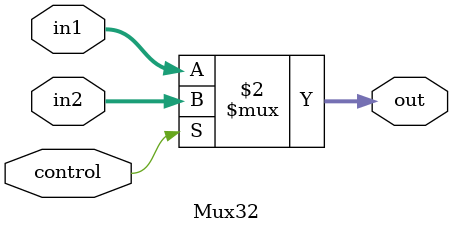
<source format=v>
`timescale 1ns / 1ps


module Mux32(in1, in2, control, out);
input [31:0] in1;
input [31:0] in2;
input control;
output [31:0] out;
assign out = (control == 1'b0) ? in1 : in2;
endmodule

</source>
